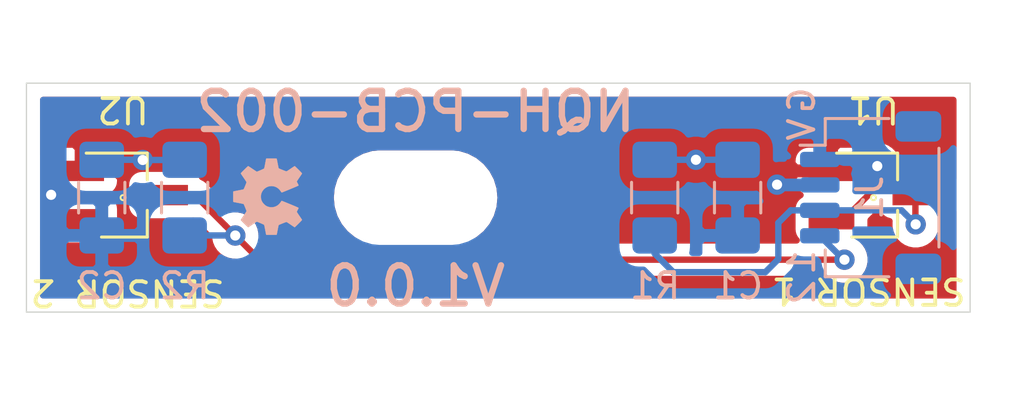
<source format=kicad_pcb>
(kicad_pcb (version 20171130) (host pcbnew "(5.1.5)-3")

  (general
    (thickness 1.6)
    (drawings 19)
    (tracks 44)
    (zones 0)
    (modules 9)
    (nets 5)
  )

  (page A4)
  (layers
    (0 F.Cu signal hide)
    (31 B.Cu signal)
    (32 B.Adhes user)
    (33 F.Adhes user hide)
    (34 B.Paste user)
    (35 F.Paste user)
    (36 B.SilkS user)
    (37 F.SilkS user)
    (38 B.Mask user)
    (39 F.Mask user)
    (40 Dwgs.User user hide)
    (41 Cmts.User user)
    (42 Eco1.User user)
    (43 Eco2.User user)
    (44 Edge.Cuts user)
    (45 Margin user)
    (46 B.CrtYd user)
    (47 F.CrtYd user)
    (48 B.Fab user)
    (49 F.Fab user)
  )

  (setup
    (last_trace_width 0.25)
    (user_trace_width 0.5)
    (trace_clearance 0.2)
    (zone_clearance 0.508)
    (zone_45_only no)
    (trace_min 0.2)
    (via_size 0.8)
    (via_drill 0.4)
    (via_min_size 0.4)
    (via_min_drill 0.3)
    (user_via 1.6 0.8)
    (uvia_size 0.3)
    (uvia_drill 0.1)
    (uvias_allowed no)
    (uvia_min_size 0.2)
    (uvia_min_drill 0.1)
    (edge_width 0.05)
    (segment_width 0.2)
    (pcb_text_width 0.3)
    (pcb_text_size 1.5 1.5)
    (mod_edge_width 0.12)
    (mod_text_size 1 1)
    (mod_text_width 0.15)
    (pad_size 1.524 1.524)
    (pad_drill 0.762)
    (pad_to_mask_clearance 0.051)
    (solder_mask_min_width 0.25)
    (aux_axis_origin 0 0)
    (grid_origin 129.51 104)
    (visible_elements 7FFFFFFF)
    (pcbplotparams
      (layerselection 0x010fc_ffffffff)
      (usegerberextensions false)
      (usegerberattributes false)
      (usegerberadvancedattributes false)
      (creategerberjobfile false)
      (excludeedgelayer true)
      (linewidth 0.100000)
      (plotframeref false)
      (viasonmask false)
      (mode 1)
      (useauxorigin false)
      (hpglpennumber 1)
      (hpglpenspeed 20)
      (hpglpendiameter 15.000000)
      (psnegative false)
      (psa4output false)
      (plotreference true)
      (plotvalue true)
      (plotinvisibletext false)
      (padsonsilk false)
      (subtractmaskfromsilk false)
      (outputformat 1)
      (mirror false)
      (drillshape 1)
      (scaleselection 1)
      (outputdirectory ""))
  )

  (net 0 "")
  (net 1 +5V)
  (net 2 GND)
  (net 3 OUT2)
  (net 4 OUT1)

  (net_class Default "This is the default net class."
    (clearance 0.2)
    (trace_width 0.25)
    (via_dia 0.8)
    (via_drill 0.4)
    (uvia_dia 0.3)
    (uvia_drill 0.1)
    (add_net +5V)
    (add_net GND)
    (add_net OUT1)
    (add_net OUT2)
  )

  (net_class Power ""
    (clearance 0.4)
    (trace_width 0.5)
    (via_dia 1.6)
    (via_drill 0.8)
    (uvia_dia 0.6)
    (uvia_drill 0.2)
    (diff_pair_width 0.4)
    (diff_pair_gap 0.5)
  )

  (module Logos:OSHW_3mm_No_Text (layer B.Cu) (tedit 5EA629FC) (tstamp 5EA730C2)
    (at 109.48 104.46 270)
    (path /5EAA34E4)
    (fp_text reference L1 (at -5.67 0.13 90) (layer B.SilkS) hide
      (effects (font (size 1 1) (thickness 0.15)) (justify mirror))
    )
    (fp_text value "OSHW Logo" (at 9.078 0.006 90) (layer B.SilkS) hide
      (effects (font (size 1 1) (thickness 0.15)) (justify mirror))
    )
    (fp_poly (pts (xy 0.052938 1.351263) (xy 0.094134 1.35118) (xy 0.127087 1.350985) (xy 0.152754 1.350633)
      (xy 0.172093 1.350078) (xy 0.186062 1.349274) (xy 0.19562 1.348174) (xy 0.201724 1.346734)
      (xy 0.205332 1.344907) (xy 0.207404 1.342646) (xy 0.208113 1.341431) (xy 0.210201 1.334357)
      (xy 0.213879 1.318443) (xy 0.218913 1.294842) (xy 0.225066 1.264709) (xy 0.232105 1.229198)
      (xy 0.239794 1.189463) (xy 0.247898 1.146659) (xy 0.249236 1.139501) (xy 0.257401 1.096463)
      (xy 0.265245 1.05645) (xy 0.272528 1.020589) (xy 0.27901 0.990012) (xy 0.28445 0.965848)
      (xy 0.288607 0.949225) (xy 0.291241 0.941274) (xy 0.291527 0.940859) (xy 0.298265 0.936837)
      (xy 0.312972 0.92977) (xy 0.334142 0.920275) (xy 0.360267 0.90897) (xy 0.389841 0.896473)
      (xy 0.421357 0.8834) (xy 0.453307 0.870371) (xy 0.484184 0.858002) (xy 0.512481 0.846911)
      (xy 0.536692 0.837715) (xy 0.555309 0.831033) (xy 0.566825 0.827481) (xy 0.569184 0.827072)
      (xy 0.576398 0.829268) (xy 0.589961 0.836329) (xy 0.610206 0.848465) (xy 0.637465 0.865886)
      (xy 0.672072 0.888803) (xy 0.714359 0.917426) (xy 0.73892 0.93424) (xy 0.781475 0.963462)
      (xy 0.816449 0.987439) (xy 0.844646 1.006673) (xy 0.866867 1.021662) (xy 0.883912 1.032907)
      (xy 0.896584 1.040907) (xy 0.905684 1.046161) (xy 0.912014 1.049169) (xy 0.916375 1.05043)
      (xy 0.919569 1.050445) (xy 0.922398 1.049713) (xy 0.923576 1.049333) (xy 0.930069 1.044836)
      (xy 0.94244 1.034049) (xy 0.959735 1.017942) (xy 0.981 0.997488) (xy 1.005279 0.97366)
      (xy 1.031617 0.947428) (xy 1.05906 0.919765) (xy 1.086652 0.891643) (xy 1.113438 0.864034)
      (xy 1.138465 0.83791) (xy 1.160776 0.814244) (xy 1.179416 0.794007) (xy 1.193432 0.778171)
      (xy 1.201867 0.767708) (xy 1.20396 0.763921) (xy 1.201164 0.75752) (xy 1.193201 0.743762)
      (xy 1.180702 0.723628) (xy 1.1643 0.698104) (xy 1.144628 0.668171) (xy 1.122319 0.634813)
      (xy 1.098007 0.599014) (xy 1.09474 0.594243) (xy 1.061949 0.546049) (xy 1.034916 0.505542)
      (xy 1.013698 0.472815) (xy 0.998356 0.447961) (xy 0.988948 0.431073) (xy 0.985533 0.422243)
      (xy 0.98552 0.421947) (xy 0.987524 0.412951) (xy 0.993116 0.396422) (xy 1.001665 0.373815)
      (xy 1.012539 0.346589) (xy 1.025108 0.316199) (xy 1.038741 0.284103) (xy 1.052807 0.251758)
      (xy 1.066674 0.220621) (xy 1.079712 0.192148) (xy 1.09129 0.167798) (xy 1.100776 0.149026)
      (xy 1.10754 0.13729) (xy 1.110174 0.134127) (xy 1.11744 0.131636) (xy 1.133505 0.127612)
      (xy 1.157167 0.122308) (xy 1.187222 0.115977) (xy 1.222469 0.108875) (xy 1.261704 0.101254)
      (xy 1.300674 0.093933) (xy 1.342584 0.086111) (xy 1.381673 0.078676) (xy 1.41673 0.071869)
      (xy 1.446544 0.065932) (xy 1.469905 0.061104) (xy 1.485602 0.057627) (xy 1.49225 0.055821)
      (xy 1.50368 0.051018) (xy 1.50368 -0.151747) (xy 1.503654 -0.202621) (xy 1.503551 -0.244274)
      (xy 1.50333 -0.277645) (xy 1.502951 -0.303671) (xy 1.502373 -0.323292) (xy 1.501556 -0.337447)
      (xy 1.500459 -0.347074) (xy 1.499042 -0.353111) (xy 1.497265 -0.356498) (xy 1.495087 -0.358173)
      (xy 1.49479 -0.358307) (xy 1.487892 -0.360091) (xy 1.472183 -0.363492) (xy 1.448843 -0.368278)
      (xy 1.419051 -0.374212) (xy 1.383984 -0.38106) (xy 1.344823 -0.388587) (xy 1.303317 -0.39645)
      (xy 1.252462 -0.40612) (xy 1.210874 -0.414273) (xy 1.177806 -0.421078) (xy 1.152505 -0.426706)
      (xy 1.134223 -0.431329) (xy 1.122209 -0.435117) (xy 1.115713 -0.438241) (xy 1.114398 -0.439465)
      (xy 1.110962 -0.446242) (xy 1.104312 -0.461216) (xy 1.094972 -0.483136) (xy 1.083466 -0.510753)
      (xy 1.070319 -0.542816) (xy 1.056054 -0.578076) (xy 1.051306 -0.589912) (xy 1.032624 -0.637157)
      (xy 1.017979 -0.675491) (xy 1.007246 -0.705273) (xy 1.0003 -0.726859) (xy 0.997016 -0.740609)
      (xy 0.996796 -0.745576) (xy 1.000134 -0.752895) (xy 1.008621 -0.767487) (xy 1.02158 -0.7883)
      (xy 1.038333 -0.814283) (xy 1.058204 -0.844385) (xy 1.080517 -0.877553) (xy 1.1015 -0.908249)
      (xy 1.125253 -0.942983) (xy 1.147059 -0.975333) (xy 1.166262 -1.00429) (xy 1.182206 -1.028846)
      (xy 1.194235 -1.047992) (xy 1.201695 -1.06072) (xy 1.203959 -1.06585) (xy 1.200468 -1.071278)
      (xy 1.190509 -1.083009) (xy 1.17486 -1.100221) (xy 1.154296 -1.12209) (xy 1.129593 -1.147794)
      (xy 1.101528 -1.176511) (xy 1.070876 -1.207418) (xy 1.062601 -1.215689) (xy 1.025824 -1.252271)
      (xy 0.995502 -1.282157) (xy 0.970998 -1.305926) (xy 0.951675 -1.324158) (xy 0.936896 -1.337431)
      (xy 0.926025 -1.346326) (xy 0.918423 -1.35142) (xy 0.913455 -1.353294) (xy 0.911471 -1.353112)
      (xy 0.905104 -1.349469) (xy 0.891407 -1.340737) (xy 0.871411 -1.327603) (xy 0.846145 -1.310753)
      (xy 0.816638 -1.290872) (xy 0.783921 -1.268647) (xy 0.754893 -1.248793) (xy 0.720323 -1.225265)
      (xy 0.68809 -1.203688) (xy 0.659222 -1.18472) (xy 0.634744 -1.169023) (xy 0.615685 -1.157256)
      (xy 0.60307 -1.150078) (xy 0.598197 -1.14808) (xy 0.590377 -1.150394) (xy 0.575519 -1.156763)
      (xy 0.555476 -1.166322) (xy 0.532101 -1.178209) (xy 0.521483 -1.183823) (xy 0.49732 -1.196331)
      (xy 0.47574 -1.206726) (xy 0.458573 -1.214186) (xy 0.44765 -1.217887) (xy 0.445301 -1.218113)
      (xy 0.442546 -1.215778) (xy 0.438219 -1.20906) (xy 0.432089 -1.197435) (xy 0.423925 -1.180378)
      (xy 0.413496 -1.157366) (xy 0.400572 -1.127874) (xy 0.38492 -1.091379) (xy 0.366312 -1.047357)
      (xy 0.344515 -0.995283) (xy 0.319299 -0.934634) (xy 0.301791 -0.892361) (xy 0.279291 -0.83783)
      (xy 0.257975 -0.785898) (xy 0.238157 -0.737349) (xy 0.220154 -0.69297) (xy 0.204282 -0.653547)
      (xy 0.190854 -0.619865) (xy 0.180188 -0.59271) (xy 0.172598 -0.572868) (xy 0.1684 -0.561124)
      (xy 0.16764 -0.558239) (xy 0.172074 -0.548954) (xy 0.184181 -0.537963) (xy 0.18923 -0.534506)
      (xy 0.203682 -0.524808) (xy 0.2227 -0.511531) (xy 0.24271 -0.497178) (xy 0.247348 -0.493789)
      (xy 0.296706 -0.451534) (xy 0.338191 -0.403495) (xy 0.37153 -0.350623) (xy 0.396456 -0.293873)
      (xy 0.412698 -0.234197) (xy 0.419985 -0.172549) (xy 0.418048 -0.109881) (xy 0.406617 -0.047147)
      (xy 0.388966 0.006184) (xy 0.373066 0.041023) (xy 0.354384 0.07241) (xy 0.331047 0.103046)
      (xy 0.301184 0.13563) (xy 0.29464 0.142243) (xy 0.249621 0.182267) (xy 0.202732 0.21352)
      (xy 0.151662 0.237378) (xy 0.1143 0.249813) (xy 0.077981 0.257375) (xy 0.035584 0.261554)
      (xy -0.009391 0.262352) (xy -0.05344 0.259768) (xy -0.093064 0.253802) (xy -0.10922 0.249813)
      (xy -0.169068 0.227502) (xy -0.224335 0.196804) (xy -0.274198 0.1586) (xy -0.317833 0.113771)
      (xy -0.354416 0.063197) (xy -0.383121 0.00776) (xy -0.403125 -0.051661) (xy -0.406924 -0.068253)
      (xy -0.415072 -0.132085) (xy -0.413456 -0.195405) (xy -0.40246 -0.257218) (xy -0.382469 -0.316532)
      (xy -0.353865 -0.372354) (xy -0.317034 -0.423691) (xy -0.27236 -0.46955) (xy -0.242269 -0.493789)
      (xy -0.222561 -0.508024) (xy -0.20297 -0.521795) (xy -0.187071 -0.5326) (xy -0.18415 -0.534506)
      (xy -0.170024 -0.545625) (xy -0.16301 -0.555652) (xy -0.16256 -0.558239) (xy -0.164461 -0.56448)
      (xy -0.169952 -0.579315) (xy -0.178718 -0.601958) (xy -0.190444 -0.631623) (xy -0.204814 -0.667523)
      (xy -0.221513 -0.708873) (xy -0.240224 -0.754888) (xy -0.260634 -0.804782) (xy -0.282425 -0.857769)
      (xy -0.296712 -0.892361) (xy -0.324171 -0.958607) (xy -0.348067 -1.015952) (xy -0.368631 -1.06492)
      (xy -0.386094 -1.106034) (xy -0.400688 -1.13982) (xy -0.412641 -1.1668) (xy -0.422187 -1.187499)
      (xy -0.429555 -1.20244) (xy -0.434976 -1.212149) (xy -0.438681 -1.217148) (xy -0.440222 -1.218113)
      (xy -0.447834 -1.216318) (xy -0.462492 -1.210403) (xy -0.482365 -1.201192) (xy -0.505622 -1.189507)
      (xy -0.516404 -1.183823) (xy -0.540643 -1.1712) (xy -0.562346 -1.160534) (xy -0.579661 -1.152687)
      (xy -0.590735 -1.148523) (xy -0.593118 -1.14808) (xy -0.599499 -1.150873) (xy -0.613192 -1.158813)
      (xy -0.633168 -1.171239) (xy -0.658401 -1.187492) (xy -0.687864 -1.206912) (xy -0.720531 -1.228839)
      (xy -0.749814 -1.248793) (xy -0.784422 -1.27245) (xy -0.81668 -1.294335) (xy -0.845557 -1.313762)
      (xy -0.870025 -1.330046) (xy -0.889052 -1.342501) (xy -0.901609 -1.35044) (xy -0.906392 -1.353112)
      (xy -0.910085 -1.352895) (xy -0.916029 -1.349804) (xy -0.92486 -1.343262) (xy -0.937215 -1.332688)
      (xy -0.953732 -1.317504) (xy -0.975048 -1.297131) (xy -1.001799 -1.270988) (xy -1.034622 -1.238498)
      (xy -1.057522 -1.215689) (xy -1.088718 -1.184349) (xy -1.117528 -1.154985) (xy -1.143177 -1.12842)
      (xy -1.164889 -1.105478) (xy -1.181887 -1.086979) (xy -1.193396 -1.073748) (xy -1.198639 -1.066606)
      (xy -1.19888 -1.06585) (xy -1.196083 -1.059744) (xy -1.188126 -1.046314) (xy -1.175667 -1.02657)
      (xy -1.15936 -1.001518) (xy -1.139862 -0.972169) (xy -1.117827 -0.939529) (xy -1.096421 -0.908249)
      (xy -1.072528 -0.87326) (xy -1.050485 -0.840419) (xy -1.030967 -0.810776) (xy -1.014653 -0.785384)
      (xy -1.002218 -0.765294) (xy -0.99434 -0.751556) (xy -0.991717 -0.745576) (xy -0.992644 -0.736821)
      (xy -0.997151 -0.720465) (xy -1.005361 -0.696151) (xy -1.017401 -0.663522) (xy -1.033395 -0.622219)
      (xy -1.046227 -0.589912) (xy -1.06074 -0.553889) (xy -1.074305 -0.52066) (xy -1.086397 -0.491474)
      (xy -1.096492 -0.467581) (xy -1.104066 -0.450232) (xy -1.108595 -0.440677) (xy -1.109319 -0.439465)
      (xy -1.113595 -0.436582) (xy -1.123055 -0.433112) (xy -1.138448 -0.428883) (xy -1.160524 -0.423724)
      (xy -1.190035 -0.417465) (xy -1.227729 -0.409935) (xy -1.274357 -0.400963) (xy -1.298238 -0.39645)
      (xy -1.340284 -0.388484) (xy -1.379399 -0.380964) (xy -1.414403 -0.374127) (xy -1.444118 -0.368207)
      (xy -1.467365 -0.363438) (xy -1.482964 -0.360056) (xy -1.48971 -0.358307) (xy -1.491941 -0.356777)
      (xy -1.493765 -0.353651) (xy -1.495224 -0.34799) (xy -1.496358 -0.338855) (xy -1.497207 -0.325307)
      (xy -1.497813 -0.306408) (xy -1.498214 -0.281219) (xy -1.498452 -0.248802) (xy -1.498568 -0.208217)
      (xy -1.4986 -0.158527) (xy -1.4986 0.051018) (xy -1.48717 0.055821) (xy -1.479651 0.057832)
      (xy -1.463346 0.061418) (xy -1.439466 0.066336) (xy -1.409222 0.072346) (xy -1.373825 0.079207)
      (xy -1.334486 0.086679) (xy -1.295595 0.093933) (xy -1.253732 0.101808) (xy -1.21474 0.1094)
      (xy -1.179822 0.116456) (xy -1.150182 0.122721) (xy -1.12702 0.127943) (xy -1.11154 0.131867)
      (xy -1.105095 0.134127) (xy -1.100434 0.140521) (xy -1.092641 0.154896) (xy -1.082348 0.175795)
      (xy -1.070185 0.20176) (xy -1.056784 0.231335) (xy -1.042775 0.263063) (xy -1.028789 0.295487)
      (xy -1.015458 0.327149) (xy -1.003413 0.356593) (xy -0.993283 0.382362) (xy -0.985702 0.402999)
      (xy -0.981299 0.417046) (xy -0.98044 0.421947) (xy -0.983459 0.430241) (xy -0.992474 0.446601)
      (xy -1.007426 0.470933) (xy -1.028258 0.503144) (xy -1.05491 0.543141) (xy -1.087323 0.590831)
      (xy -1.08966 0.594243) (xy -1.114187 0.630287) (xy -1.136791 0.664017) (xy -1.156841 0.694449)
      (xy -1.173702 0.720601) (xy -1.186743 0.741489) (xy -1.195331 0.75613) (xy -1.198832 0.763541)
      (xy -1.19888 0.763921) (xy -1.195404 0.769573) (xy -1.18561 0.781348) (xy -1.170454 0.798274)
      (xy -1.150891 0.81938) (xy -1.127876 0.843693) (xy -1.102364 0.870242) (xy -1.075309 0.898053)
      (xy -1.047667 0.926156) (xy -1.020393 0.953578) (xy -0.994441 0.979347) (xy -0.970766 1.002491)
      (xy -0.950323 1.022038) (xy -0.934068 1.037016) (xy -0.922955 1.046452) (xy -0.918497 1.049333)
      (xy -0.915521 1.050211) (xy -0.912434 1.050491) (xy -0.908434 1.049672) (xy -0.902721 1.047255)
      (xy -0.894491 1.042741) (xy -0.882944 1.035629) (xy -0.867278 1.025421) (xy -0.846691 1.011617)
      (xy -0.820382 0.993717) (xy -0.787548 0.971222) (xy -0.747388 0.943633) (xy -0.733286 0.933941)
      (xy -0.687007 0.90234) (xy -0.648579 0.876562) (xy -0.617675 0.856398) (xy -0.593969 0.841642)
      (xy -0.577132 0.832088) (xy -0.566838 0.82753) (xy -0.56411 0.827055) (xy -0.556011 0.829102)
      (xy -0.540173 0.834541) (xy -0.518104 0.842755) (xy -0.491315 0.853124) (xy -0.461315 0.865031)
      (xy -0.429613 0.877857) (xy -0.397719 0.890985) (xy -0.367142 0.903796) (xy -0.339391 0.915673)
      (xy -0.315977 0.925996) (xy -0.298409 0.934147) (xy -0.288196 0.939509) (xy -0.286493 0.94075)
      (xy -0.284113 0.947095) (xy -0.280174 0.96231) (xy -0.274919 0.985263) (xy -0.268589 1.014822)
      (xy -0.261424 1.049859) (xy -0.253665 1.08924) (xy -0.245554 1.131837) (xy -0.244139 1.139416)
      (xy -0.23601 1.182607) (xy -0.228255 1.222918) (xy -0.221108 1.259195) (xy -0.214804 1.290282)
      (xy -0.209578 1.315025) (xy -0.205664 1.332267) (xy -0.203299 1.340853) (xy -0.20308 1.341346)
      (xy -0.201404 1.343845) (xy -0.198674 1.345886) (xy -0.193932 1.347514) (xy -0.186218 1.348778)
      (xy -0.174575 1.349722) (xy -0.158043 1.350394) (xy -0.135665 1.350839) (xy -0.106482 1.351103)
      (xy -0.069535 1.351234) (xy -0.023866 1.351277) (xy 0.002539 1.35128) (xy 0.052938 1.351263)) (layer B.SilkS) (width 0.01))
  )

  (module Naquadah_Generator:SC-59_Hall_Sensor_Handsoldering locked (layer F.Cu) (tedit 5EA6FD31) (tstamp 5EA71931)
    (at 103.8 104.399999)
    (descr "SC-59, hand-soldering varaint, https://lib.chipdip.ru/images/import_diod/original/SOT-23_SC-59.jpg")
    (tags "SC-59 hand-soldering")
    (path /5EA0DA41)
    (attr smd)
    (fp_text reference U2 (at 0 -3.359999 180 unlocked) (layer F.SilkS)
      (effects (font (size 1 1) (thickness 0.15)))
    )
    (fp_text value AH1815-P (at -2.01 9.080001 90) (layer F.Fab)
      (effects (font (size 1 1) (thickness 0.15)))
    )
    (fp_circle (center 0 0.1) (end 0.1 0.1) (layer F.SilkS) (width 0.075))
    (fp_line (start 2.8 1.8) (end -2.8 1.8) (layer F.CrtYd) (width 0.05))
    (fp_line (start 2.8 1.8) (end 2.8 -1.8) (layer F.CrtYd) (width 0.05))
    (fp_line (start -2.8 -1.8) (end -2.8 1.8) (layer F.CrtYd) (width 0.05))
    (fp_line (start -2.8 -1.8) (end 2.8 -1.8) (layer F.CrtYd) (width 0.05))
    (fp_line (start 0.85 -1.52) (end 0.85 1.52) (layer F.Fab) (width 0.1))
    (fp_line (start -0.3 -1.55) (end 0.85 -1.55) (layer F.Fab) (width 0.1))
    (fp_line (start -0.3 -1.55) (end -0.85 -1) (layer F.Fab) (width 0.1))
    (fp_line (start -0.85 1.55) (end 0.85 1.55) (layer F.Fab) (width 0.1))
    (fp_line (start 0.95 1.65) (end 0.95 0.6) (layer F.SilkS) (width 0.12))
    (fp_line (start -0.85 1.65) (end 0.95 1.65) (layer F.SilkS) (width 0.12))
    (fp_line (start 0.95 -1.65) (end 0.95 -0.6) (layer F.SilkS) (width 0.12))
    (fp_line (start -1.45 -1.65) (end 0.95 -1.65) (layer F.SilkS) (width 0.12))
    (fp_line (start -0.85 1.55) (end -0.85 -1) (layer F.Fab) (width 0.1))
    (fp_text user %R (at -0.04 5.550001 90) (layer F.Fab)
      (effects (font (size 0.5 0.5) (thickness 0.075)))
    )
    (pad 3 smd rect (at 1.65 0) (size 1.8 0.8) (layers F.Cu F.Paste F.Mask)
      (net 3 OUT2))
    (pad 2 smd rect (at -1.65 0.95) (size 1.8 0.8) (layers F.Cu F.Paste F.Mask)
      (net 2 GND))
    (pad 1 smd rect (at -1.65 -0.95) (size 1.8 0.8) (layers F.Cu F.Paste F.Mask)
      (net 1 +5V))
    (model ${KISYS3DMOD}/Package_TO_SOT_SMD.3dshapes/SC-59.wrl
      (at (xyz 0 0 0))
      (scale (xyz 1 1 1))
      (rotate (xyz 0 0 0))
    )
  )

  (module Naquadah_Generator:SC-59_Hall_Sensor_Handsoldering locked (layer F.Cu) (tedit 5EA6FD31) (tstamp 5EA72296)
    (at 133.3 104.399999)
    (descr "SC-59, hand-soldering varaint, https://lib.chipdip.ru/images/import_diod/original/SOT-23_SC-59.jpg")
    (tags "SC-59 hand-soldering")
    (path /5EA0E7AA)
    (attr smd)
    (fp_text reference U1 (at 0 -3.349999 180 unlocked) (layer F.SilkS)
      (effects (font (size 1 1) (thickness 0.15)))
    )
    (fp_text value AH1815-P (at -1.77 8.940001 90) (layer F.Fab)
      (effects (font (size 1 1) (thickness 0.15)))
    )
    (fp_circle (center 0 0.1) (end 0.1 0.1) (layer F.SilkS) (width 0.075))
    (fp_line (start 2.8 1.8) (end -2.8 1.8) (layer F.CrtYd) (width 0.05))
    (fp_line (start 2.8 1.8) (end 2.8 -1.8) (layer F.CrtYd) (width 0.05))
    (fp_line (start -2.8 -1.8) (end -2.8 1.8) (layer F.CrtYd) (width 0.05))
    (fp_line (start -2.8 -1.8) (end 2.8 -1.8) (layer F.CrtYd) (width 0.05))
    (fp_line (start 0.85 -1.52) (end 0.85 1.52) (layer F.Fab) (width 0.1))
    (fp_line (start -0.3 -1.55) (end 0.85 -1.55) (layer F.Fab) (width 0.1))
    (fp_line (start -0.3 -1.55) (end -0.85 -1) (layer F.Fab) (width 0.1))
    (fp_line (start -0.85 1.55) (end 0.85 1.55) (layer F.Fab) (width 0.1))
    (fp_line (start 0.95 1.65) (end 0.95 0.6) (layer F.SilkS) (width 0.12))
    (fp_line (start -0.85 1.65) (end 0.95 1.65) (layer F.SilkS) (width 0.12))
    (fp_line (start 0.95 -1.65) (end 0.95 -0.6) (layer F.SilkS) (width 0.12))
    (fp_line (start -1.45 -1.65) (end 0.95 -1.65) (layer F.SilkS) (width 0.12))
    (fp_line (start -0.85 1.55) (end -0.85 -1) (layer F.Fab) (width 0.1))
    (fp_text user %R (at 0.03 5.510001 90) (layer F.Fab)
      (effects (font (size 0.5 0.5) (thickness 0.075)))
    )
    (pad 3 smd rect (at 1.65 0) (size 1.8 0.8) (layers F.Cu F.Paste F.Mask)
      (net 4 OUT1))
    (pad 2 smd rect (at -1.65 0.95) (size 1.8 0.8) (layers F.Cu F.Paste F.Mask)
      (net 2 GND))
    (pad 1 smd rect (at -1.65 -0.95) (size 1.8 0.8) (layers F.Cu F.Paste F.Mask)
      (net 1 +5V))
    (model ${KISYS3DMOD}/Package_TO_SOT_SMD.3dshapes/SC-59.wrl
      (at (xyz 0 0 0))
      (scale (xyz 1 1 1))
      (rotate (xyz 0 0 0))
    )
  )

  (module Connector_JST:JST_SH_SM04B-SRSS-TB_1x04-1MP_P1.00mm_Horizontal (layer B.Cu) (tedit 5EA5DB53) (tstamp 5EA65C43)
    (at 133.19 104.5 270)
    (descr "JST SH series connector, SM04B-SRSS-TB (http://www.jst-mfg.com/product/pdf/eng/eSH.pdf), generated with kicad-footprint-generator")
    (tags "connector JST SH top entry")
    (path /5EA677CD)
    (attr smd)
    (fp_text reference J1 (at 0 0.04 90) (layer B.SilkS)
      (effects (font (size 1 1) (thickness 0.15)) (justify mirror))
    )
    (fp_text value HallSensor_Conn_T4 (at 0.12 -5.19 90) (layer B.Fab)
      (effects (font (size 1 1) (thickness 0.15)) (justify mirror))
    )
    (fp_text user %R (at 0 0 90) (layer B.Fab)
      (effects (font (size 1 1) (thickness 0.15)) (justify mirror))
    )
    (fp_line (start -1.5 0.967893) (end -1 1.675) (layer B.Fab) (width 0.1))
    (fp_line (start -2 1.675) (end -1.5 0.967893) (layer B.Fab) (width 0.1))
    (fp_line (start 3.9 3.28) (end -3.9 3.28) (layer B.CrtYd) (width 0.05))
    (fp_line (start 3.9 -3.28) (end 3.9 3.28) (layer B.CrtYd) (width 0.05))
    (fp_line (start -3.9 -3.28) (end 3.9 -3.28) (layer B.CrtYd) (width 0.05))
    (fp_line (start -3.9 3.28) (end -3.9 -3.28) (layer B.CrtYd) (width 0.05))
    (fp_line (start 3 1.675) (end 3 -2.575) (layer B.Fab) (width 0.1))
    (fp_line (start -3 1.675) (end -3 -2.575) (layer B.Fab) (width 0.1))
    (fp_line (start -3 -2.575) (end 3 -2.575) (layer B.Fab) (width 0.1))
    (fp_line (start -1.94 -2.685) (end 1.94 -2.685) (layer B.SilkS) (width 0.12))
    (fp_line (start 3.11 1.785) (end 2.06 1.785) (layer B.SilkS) (width 0.12))
    (fp_line (start 3.11 -0.715) (end 3.11 1.785) (layer B.SilkS) (width 0.12))
    (fp_line (start -2.06 1.785) (end -2.06 2.775) (layer B.SilkS) (width 0.12))
    (fp_line (start -3.11 1.785) (end -2.06 1.785) (layer B.SilkS) (width 0.12))
    (fp_line (start -3.11 -0.715) (end -3.11 1.785) (layer B.SilkS) (width 0.12))
    (fp_line (start -3 1.675) (end 3 1.675) (layer B.Fab) (width 0.1))
    (pad MP smd roundrect (at 2.8 -1.875 270) (size 1.2 1.8) (layers B.Cu B.Paste B.Mask) (roundrect_rratio 0.208333))
    (pad MP smd roundrect (at -2.8 -1.875 270) (size 1.2 1.8) (layers B.Cu B.Paste B.Mask) (roundrect_rratio 0.208333))
    (pad 4 smd roundrect (at 1.5 2 270) (size 0.6 1.55) (layers B.Cu B.Paste B.Mask) (roundrect_rratio 0.25)
      (net 3 OUT2))
    (pad 3 smd roundrect (at 0.5 2 270) (size 0.6 1.55) (layers B.Cu B.Paste B.Mask) (roundrect_rratio 0.25)
      (net 4 OUT1))
    (pad 2 smd roundrect (at -0.5 2 270) (size 0.6 1.55) (layers B.Cu B.Paste B.Mask) (roundrect_rratio 0.25)
      (net 1 +5V))
    (pad 1 smd roundrect (at -1.5 2 270) (size 0.6 1.55) (layers B.Cu B.Paste B.Mask) (roundrect_rratio 0.25)
      (net 2 GND))
    (model ${KISYS3DMOD}/Connector_JST.3dshapes/JST_SH_SM04B-SRSS-TB_1x04-1MP_P1.00mm_Horizontal.wrl
      (at (xyz 0 0 0))
      (scale (xyz 1 1 1))
      (rotate (xyz 0 0 0))
    )
  )

  (module Capacitor_SMD:C_1206_3216Metric_Pad1.42x1.75mm_HandSolder locked (layer B.Cu) (tedit 5B301BBE) (tstamp 5EA13C9D)
    (at 102.96 104.5 270)
    (descr "Capacitor SMD 1206 (3216 Metric), square (rectangular) end terminal, IPC_7351 nominal with elongated pad for handsoldering. (Body size source: http://www.tortai-tech.com/upload/download/2011102023233369053.pdf), generated with kicad-footprint-generator")
    (tags "capacitor handsolder")
    (path /5E9F46C8)
    (attr smd)
    (fp_text reference C2 (at 3.47 0) (layer B.SilkS)
      (effects (font (size 1 1) (thickness 0.15)) (justify mirror))
    )
    (fp_text value 47n (at -6.24 -0.16 270) (layer B.Fab)
      (effects (font (size 1 1) (thickness 0.15)) (justify mirror))
    )
    (fp_text user %R (at 5.66 -0.15 270) (layer B.Fab)
      (effects (font (size 0.8 0.8) (thickness 0.12)) (justify mirror))
    )
    (fp_line (start 2.45 -1.12) (end -2.45 -1.12) (layer B.CrtYd) (width 0.05))
    (fp_line (start 2.45 1.12) (end 2.45 -1.12) (layer B.CrtYd) (width 0.05))
    (fp_line (start -2.45 1.12) (end 2.45 1.12) (layer B.CrtYd) (width 0.05))
    (fp_line (start -2.45 -1.12) (end -2.45 1.12) (layer B.CrtYd) (width 0.05))
    (fp_line (start -0.602064 -0.91) (end 0.602064 -0.91) (layer B.SilkS) (width 0.12))
    (fp_line (start -0.602064 0.91) (end 0.602064 0.91) (layer B.SilkS) (width 0.12))
    (fp_line (start 1.6 -0.8) (end -1.6 -0.8) (layer B.Fab) (width 0.1))
    (fp_line (start 1.6 0.8) (end 1.6 -0.8) (layer B.Fab) (width 0.1))
    (fp_line (start -1.6 0.8) (end 1.6 0.8) (layer B.Fab) (width 0.1))
    (fp_line (start -1.6 -0.8) (end -1.6 0.8) (layer B.Fab) (width 0.1))
    (pad 2 smd roundrect (at 1.4875 0 270) (size 1.425 1.75) (layers B.Cu B.Paste B.Mask) (roundrect_rratio 0.175439)
      (net 2 GND))
    (pad 1 smd roundrect (at -1.4875 0 270) (size 1.425 1.75) (layers B.Cu B.Paste B.Mask) (roundrect_rratio 0.175439)
      (net 1 +5V))
    (model ${KISYS3DMOD}/Capacitor_SMD.3dshapes/C_1206_3216Metric.wrl
      (at (xyz 0 0 0))
      (scale (xyz 1 1 1))
      (rotate (xyz 0 0 0))
    )
  )

  (module Resistor_SMD:R_1206_3216Metric_Pad1.42x1.75mm_HandSolder locked (layer B.Cu) (tedit 5B301BBD) (tstamp 5EA13D0E)
    (at 106.22 104.5 270)
    (descr "Resistor SMD 1206 (3216 Metric), square (rectangular) end terminal, IPC_7351 nominal with elongated pad for handsoldering. (Body size source: http://www.tortai-tech.com/upload/download/2011102023233369053.pdf), generated with kicad-footprint-generator")
    (tags "resistor handsolder")
    (path /5E9F2F30)
    (attr smd)
    (fp_text reference R2 (at 3.47 0) (layer B.SilkS)
      (effects (font (size 1 1) (thickness 0.15)) (justify mirror))
    )
    (fp_text value 47K (at -6.06 -0.01 270) (layer B.Fab)
      (effects (font (size 1 1) (thickness 0.15)) (justify mirror))
    )
    (fp_text user %R (at 5.47 0.18 270) (layer B.Fab)
      (effects (font (size 0.8 0.8) (thickness 0.12)) (justify mirror))
    )
    (fp_line (start 2.45 -1.12) (end -2.45 -1.12) (layer B.CrtYd) (width 0.05))
    (fp_line (start 2.45 1.12) (end 2.45 -1.12) (layer B.CrtYd) (width 0.05))
    (fp_line (start -2.45 1.12) (end 2.45 1.12) (layer B.CrtYd) (width 0.05))
    (fp_line (start -2.45 -1.12) (end -2.45 1.12) (layer B.CrtYd) (width 0.05))
    (fp_line (start -0.602064 -0.91) (end 0.602064 -0.91) (layer B.SilkS) (width 0.12))
    (fp_line (start -0.602064 0.91) (end 0.602064 0.91) (layer B.SilkS) (width 0.12))
    (fp_line (start 1.6 -0.8) (end -1.6 -0.8) (layer B.Fab) (width 0.1))
    (fp_line (start 1.6 0.8) (end 1.6 -0.8) (layer B.Fab) (width 0.1))
    (fp_line (start -1.6 0.8) (end 1.6 0.8) (layer B.Fab) (width 0.1))
    (fp_line (start -1.6 -0.8) (end -1.6 0.8) (layer B.Fab) (width 0.1))
    (pad 2 smd roundrect (at 1.4875 0 270) (size 1.425 1.75) (layers B.Cu B.Paste B.Mask) (roundrect_rratio 0.175439)
      (net 3 OUT2))
    (pad 1 smd roundrect (at -1.4875 0 270) (size 1.425 1.75) (layers B.Cu B.Paste B.Mask) (roundrect_rratio 0.175439)
      (net 1 +5V))
    (model ${KISYS3DMOD}/Resistor_SMD.3dshapes/R_1206_3216Metric.wrl
      (at (xyz 0 0 0))
      (scale (xyz 1 1 1))
      (rotate (xyz 0 0 0))
    )
  )

  (module Resistor_SMD:R_1206_3216Metric_Pad1.42x1.75mm_HandSolder (layer B.Cu) (tedit 5B301BBD) (tstamp 5EA10323)
    (at 124.7 104.5 270)
    (descr "Resistor SMD 1206 (3216 Metric), square (rectangular) end terminal, IPC_7351 nominal with elongated pad for handsoldering. (Body size source: http://www.tortai-tech.com/upload/download/2011102023233369053.pdf), generated with kicad-footprint-generator")
    (tags "resistor handsolder")
    (path /5EA0E7B8)
    (attr smd)
    (fp_text reference R1 (at 3.47 -0.02) (layer B.SilkS)
      (effects (font (size 1 1) (thickness 0.15)) (justify mirror))
    )
    (fp_text value 47K (at -6.12 -0.01 270) (layer B.Fab)
      (effects (font (size 1 1) (thickness 0.15)) (justify mirror))
    )
    (fp_text user %R (at 5.61 0.08 270) (layer B.Fab)
      (effects (font (size 0.8 0.8) (thickness 0.12)) (justify mirror))
    )
    (fp_line (start 2.45 -1.12) (end -2.45 -1.12) (layer B.CrtYd) (width 0.05))
    (fp_line (start 2.45 1.12) (end 2.45 -1.12) (layer B.CrtYd) (width 0.05))
    (fp_line (start -2.45 1.12) (end 2.45 1.12) (layer B.CrtYd) (width 0.05))
    (fp_line (start -2.45 -1.12) (end -2.45 1.12) (layer B.CrtYd) (width 0.05))
    (fp_line (start -0.602064 -0.91) (end 0.602064 -0.91) (layer B.SilkS) (width 0.12))
    (fp_line (start -0.602064 0.91) (end 0.602064 0.91) (layer B.SilkS) (width 0.12))
    (fp_line (start 1.6 -0.8) (end -1.6 -0.8) (layer B.Fab) (width 0.1))
    (fp_line (start 1.6 0.8) (end 1.6 -0.8) (layer B.Fab) (width 0.1))
    (fp_line (start -1.6 0.8) (end 1.6 0.8) (layer B.Fab) (width 0.1))
    (fp_line (start -1.6 -0.8) (end -1.6 0.8) (layer B.Fab) (width 0.1))
    (pad 2 smd roundrect (at 1.4875 0 270) (size 1.425 1.75) (layers B.Cu B.Paste B.Mask) (roundrect_rratio 0.175439)
      (net 4 OUT1))
    (pad 1 smd roundrect (at -1.4875 0 270) (size 1.425 1.75) (layers B.Cu B.Paste B.Mask) (roundrect_rratio 0.175439)
      (net 1 +5V))
    (model ${KISYS3DMOD}/Resistor_SMD.3dshapes/R_1206_3216Metric.wrl
      (at (xyz 0 0 0))
      (scale (xyz 1 1 1))
      (rotate (xyz 0 0 0))
    )
  )

  (module Capacitor_SMD:C_1206_3216Metric_Pad1.42x1.75mm_HandSolder (layer B.Cu) (tedit 5B301BBE) (tstamp 5EA138CB)
    (at 127.96 104.5 270)
    (descr "Capacitor SMD 1206 (3216 Metric), square (rectangular) end terminal, IPC_7351 nominal with elongated pad for handsoldering. (Body size source: http://www.tortai-tech.com/upload/download/2011102023233369053.pdf), generated with kicad-footprint-generator")
    (tags "capacitor handsolder")
    (path /5EA0E7CD)
    (attr smd)
    (fp_text reference C1 (at 3.47 -0.02) (layer B.SilkS)
      (effects (font (size 1 1) (thickness 0.15)) (justify mirror))
    )
    (fp_text value 47n (at -6.03 0.2 270) (layer B.Fab)
      (effects (font (size 1 1) (thickness 0.15)) (justify mirror))
    )
    (fp_text user %R (at 5.54 -0.01 270) (layer B.Fab)
      (effects (font (size 0.8 0.8) (thickness 0.12)) (justify mirror))
    )
    (fp_line (start 2.45 -1.12) (end -2.45 -1.12) (layer B.CrtYd) (width 0.05))
    (fp_line (start 2.45 1.12) (end 2.45 -1.12) (layer B.CrtYd) (width 0.05))
    (fp_line (start -2.45 1.12) (end 2.45 1.12) (layer B.CrtYd) (width 0.05))
    (fp_line (start -2.45 -1.12) (end -2.45 1.12) (layer B.CrtYd) (width 0.05))
    (fp_line (start -0.602064 -0.91) (end 0.602064 -0.91) (layer B.SilkS) (width 0.12))
    (fp_line (start -0.602064 0.91) (end 0.602064 0.91) (layer B.SilkS) (width 0.12))
    (fp_line (start 1.6 -0.8) (end -1.6 -0.8) (layer B.Fab) (width 0.1))
    (fp_line (start 1.6 0.8) (end 1.6 -0.8) (layer B.Fab) (width 0.1))
    (fp_line (start -1.6 0.8) (end 1.6 0.8) (layer B.Fab) (width 0.1))
    (fp_line (start -1.6 -0.8) (end -1.6 0.8) (layer B.Fab) (width 0.1))
    (pad 2 smd roundrect (at 1.4875 0 270) (size 1.425 1.75) (layers B.Cu B.Paste B.Mask) (roundrect_rratio 0.175439)
      (net 2 GND))
    (pad 1 smd roundrect (at -1.4875 0 270) (size 1.425 1.75) (layers B.Cu B.Paste B.Mask) (roundrect_rratio 0.175439)
      (net 1 +5V))
    (model ${KISYS3DMOD}/Capacitor_SMD.3dshapes/C_1206_3216Metric.wrl
      (at (xyz 0 0 0))
      (scale (xyz 1 1 1))
      (rotate (xyz 0 0 0))
    )
  )

  (module Naquadah_Generator:MountingSlot_2.7mm_2.7mm_M2.5 locked (layer F.Cu) (tedit 5EA3619F) (tstamp 5EA3649A)
    (at 115.3 104.499999)
    (descr "Mounting Hole 2.7mm, no annular, M2.5")
    (tags "mounting hole 2.7mm no annular m2.5")
    (path /5EA2820E)
    (attr virtual)
    (fp_text reference H1 (at 0.016 -5.693999 90 unlocked) (layer F.SilkS) hide
      (effects (font (size 1 1) (thickness 0.15)))
    )
    (fp_text value MountingHole (at -0.27 9.65 90) (layer F.Fab)
      (effects (font (size 1 1) (thickness 0.15)))
    )
    (fp_line (start -1.35 2.95) (end 1.35 2.95) (layer F.CrtYd) (width 0.05))
    (fp_line (start -1.35 -2.95) (end 1.35 -2.95) (layer F.CrtYd) (width 0.05))
    (fp_arc (start -1.35 0) (end -1.35 -2.95) (angle -180) (layer F.CrtYd) (width 0.05))
    (fp_arc (start 1.35 0) (end 1.35 2.95) (angle -180) (layer F.CrtYd) (width 0.05))
    (fp_line (start -1.35 2.7) (end 1.35 2.7) (layer Cmts.User) (width 0.15))
    (fp_line (start -1.35 -2.7) (end 1.35 -2.7) (layer Cmts.User) (width 0.15))
    (fp_arc (start -1.35 0) (end -1.35 -2.7) (angle -180) (layer Cmts.User) (width 0.15))
    (fp_arc (start 1.35 0) (end 1.35 2.7) (angle -180) (layer Cmts.User) (width 0.15))
    (fp_text user %R (at 0.3 0) (layer F.Fab)
      (effects (font (size 1 1) (thickness 0.15)))
    )
    (pad "" np_thru_hole oval (at 0 0) (size 5.4 2.7) (drill oval 5.4 2.7) (layers *.Cu *.Mask))
  )

  (gr_line (start 137.1 100) (end 137.1 108.999999) (layer Edge.Cuts) (width 0.05))
  (gr_line (start 137.1 108.999999) (end 100 108.999999) (layer Edge.Cuts) (width 0.05))
  (gr_line (start 100 108.999999) (end 100 100) (layer Edge.Cuts) (width 0.05))
  (gr_line (start 103.8 103.999999) (end 103.8 104.999998) (layer Dwgs.User) (width 0.05))
  (gr_line (start 100 100) (end 137.1 100) (layer Edge.Cuts) (width 0.05))
  (gr_circle (center 133.3 104.499999) (end 133.8 104.499999) (layer Dwgs.User) (width 0.05))
  (gr_line (start 132.8 104.499999) (end 133.8 104.499999) (layer Dwgs.User) (width 0.05))
  (gr_circle (center 115.3 104.499999) (end 116.75 104.499999) (layer Dwgs.User) (width 0.05))
  (gr_line (start 104.3 104.499999) (end 103.3 104.499999) (layer Dwgs.User) (width 0.05))
  (gr_circle (center 103.8 104.499999) (end 104.3 104.499999) (layer Dwgs.User) (width 0.05))
  (gr_line (start 133.3 103.999999) (end 133.3 104.999999) (layer Dwgs.User) (width 0.05))
  (gr_text V1.0.0 (at 115.3 107.98) (layer B.SilkS) (tstamp 5EA590CC)
    (effects (font (size 1.5 1.5) (thickness 0.25)) (justify mirror))
  )
  (gr_text NQH-PCB-002 (at 115.3 101.12) (layer B.SilkS) (tstamp 5EA590C9)
    (effects (font (size 1.5 1.5) (thickness 0.25)) (justify mirror))
  )
  (gr_text 1 (at 130.48 107.046189 90) (layer B.SilkS) (tstamp 5EA6F529)
    (effects (font (size 1 1) (thickness 0.15)) (justify mirror))
  )
  (gr_text 2 (at 130.48 108.219999 90) (layer B.SilkS) (tstamp 5EA6F526)
    (effects (font (size 1 1) (thickness 0.15)) (justify mirror))
  )
  (gr_text G (at 130.48 100.669999 90) (layer B.SilkS) (tstamp 5EA6F535)
    (effects (font (size 1 1) (thickness 0.15)) (justify mirror))
  )
  (gr_text V (at 130.48 101.819999 90) (layer B.SilkS) (tstamp 5EA6F538)
    (effects (font (size 1 1) (thickness 0.15)) (justify mirror))
  )
  (gr_text "SENSOR 2" (at 103.98 108.24 180) (layer F.SilkS) (tstamp 5EA1097A)
    (effects (font (size 1 1) (thickness 0.15)))
  )
  (gr_text "SENSOR 1" (at 133.11 108.17 180) (layer F.SilkS)
    (effects (font (size 1 1) (thickness 0.15)))
  )

  (via (at 126.32 103.0125) (size 0.8) (drill 0.4) (layers F.Cu B.Cu) (net 1) (tstamp 5EA726B5))
  (segment (start 102.393999 105.204999) (end 102.51 105.321) (width 0.25) (layer F.Cu) (net 2))
  (segment (start 127.96 103.0125) (end 126.32 103.0125) (width 0.25) (layer B.Cu) (net 1))
  (segment (start 126.32 103.0125) (end 124.7 103.0125) (width 0.25) (layer B.Cu) (net 1))
  (segment (start 104.5625 103.0125) (end 104.57 103.02) (width 0.25) (layer B.Cu) (net 1))
  (segment (start 102.96 103.0125) (end 104.5625 103.0125) (width 0.25) (layer B.Cu) (net 1))
  (via (at 104.57 103.02) (size 0.8) (drill 0.4) (layers F.Cu B.Cu) (net 1))
  (segment (start 106.2125 103.02) (end 106.22 103.0125) (width 0.25) (layer B.Cu) (net 1))
  (segment (start 104.57 103.02) (end 106.2125 103.02) (width 0.25) (layer B.Cu) (net 1))
  (via (at 129.51 103.99) (size 0.8) (drill 0.4) (layers F.Cu B.Cu) (net 1))
  (segment (start 129.52 104) (end 129.51 103.99) (width 0.5) (layer B.Cu) (net 1))
  (segment (start 131.19 104) (end 129.52 104) (width 0.5) (layer B.Cu) (net 1))
  (via (at 100.97 104.39) (size 0.8) (drill 0.4) (layers F.Cu B.Cu) (net 2))
  (segment (start 102.15 105.349999) (end 101 105.349999) (width 0.25) (layer F.Cu) (net 2))
  (segment (start 100.97 105.319999) (end 100.97 104.39) (width 0.25) (layer F.Cu) (net 2))
  (segment (start 101 105.349999) (end 100.97 105.319999) (width 0.25) (layer F.Cu) (net 2))
  (via (at 133.45 103.26) (size 0.8) (drill 0.4) (layers F.Cu B.Cu) (net 2))
  (segment (start 133.45 104.049999) (end 133.45 103.26) (width 0.25) (layer F.Cu) (net 2))
  (segment (start 131.65 105.349999) (end 132.15 105.349999) (width 0.25) (layer F.Cu) (net 2))
  (segment (start 132.15 105.349999) (end 133.45 104.049999) (width 0.25) (layer F.Cu) (net 2))
  (segment (start 108.207502 105.9875) (end 108.210002 105.99) (width 0.25) (layer B.Cu) (net 3))
  (segment (start 105.96 105.9875) (end 108.207502 105.9875) (width 0.25) (layer B.Cu) (net 3))
  (segment (start 107.810003 105.590001) (end 108.210002 105.99) (width 0.25) (layer F.Cu) (net 3))
  (via (at 108.210002 105.99) (size 0.8) (drill 0.4) (layers F.Cu B.Cu) (net 3))
  (segment (start 105.45 104.399999) (end 106.620001 104.399999) (width 0.25) (layer F.Cu) (net 3))
  (segment (start 106.620001 104.399999) (end 107.810003 105.590001) (width 0.25) (layer F.Cu) (net 3))
  (via (at 132.16 106.94) (size 0.8) (drill 0.4) (layers F.Cu B.Cu) (net 3))
  (segment (start 132.13 106.94) (end 132.16 106.94) (width 0.25) (layer B.Cu) (net 3))
  (segment (start 131.19 106) (end 132.13 106.94) (width 0.25) (layer B.Cu) (net 3))
  (segment (start 109.160002 106.94) (end 132.16 106.94) (width 0.25) (layer F.Cu) (net 3))
  (segment (start 108.210002 105.99) (end 109.160002 106.94) (width 0.25) (layer F.Cu) (net 3))
  (segment (start 129.56 105.49) (end 130.05 105) (width 0.25) (layer B.Cu) (net 4))
  (segment (start 130.05 105) (end 131.19 105) (width 0.25) (layer B.Cu) (net 4))
  (segment (start 124.7 106.7) (end 125.43 107.43) (width 0.25) (layer B.Cu) (net 4))
  (segment (start 124.7 105.9875) (end 124.7 106.7) (width 0.25) (layer B.Cu) (net 4))
  (segment (start 125.43 107.43) (end 129.05 107.43) (width 0.25) (layer B.Cu) (net 4))
  (segment (start 129.05 107.43) (end 129.56 106.92) (width 0.25) (layer B.Cu) (net 4))
  (segment (start 129.56 106.92) (end 129.56 105.49) (width 0.25) (layer B.Cu) (net 4))
  (via (at 134.96 105.55) (size 0.8) (drill 0.4) (layers F.Cu B.Cu) (net 4))
  (segment (start 134.41 105) (end 134.560001 105.150001) (width 0.25) (layer B.Cu) (net 4))
  (segment (start 134.560001 105.150001) (end 134.96 105.55) (width 0.25) (layer B.Cu) (net 4))
  (segment (start 134.95 104.399999) (end 134.95 105.54) (width 0.25) (layer F.Cu) (net 4))
  (segment (start 131.19 105) (end 134.41 105) (width 0.25) (layer B.Cu) (net 4))
  (segment (start 134.95 105.54) (end 134.96 105.55) (width 0.25) (layer F.Cu) (net 4))

  (zone (net 2) (net_name GND) (layer B.Cu) (tstamp 5EA72A14) (hatch edge 0.508)
    (connect_pads (clearance 0.508))
    (min_thickness 0.254)
    (fill yes (arc_segments 32) (thermal_gap 0.508) (thermal_bridge_width 0.508))
    (polygon
      (pts
        (xy 138.96 109.979999) (xy 98.96 109.479999) (xy 98.96 99.479999) (xy 138.96 99.479999)
      )
    )
    (filled_polygon
      (pts
        (xy 133.787038 100.722038) (xy 133.676595 100.856613) (xy 133.594528 101.010149) (xy 133.543992 101.176745) (xy 133.526928 101.349999)
        (xy 133.526928 102.050001) (xy 133.543992 102.223255) (xy 133.594528 102.389851) (xy 133.676595 102.543387) (xy 133.787038 102.677962)
        (xy 133.921613 102.788405) (xy 134.075149 102.870472) (xy 134.241745 102.921008) (xy 134.414999 102.938072) (xy 135.715001 102.938072)
        (xy 135.888255 102.921008) (xy 136.054851 102.870472) (xy 136.208387 102.788405) (xy 136.342962 102.677962) (xy 136.44 102.559721)
        (xy 136.440001 106.44028) (xy 136.342962 106.322038) (xy 136.208387 106.211595) (xy 136.054851 106.129528) (xy 135.888255 106.078992)
        (xy 135.853603 106.075579) (xy 135.877205 106.040256) (xy 135.955226 105.851898) (xy 135.995 105.651939) (xy 135.995 105.448061)
        (xy 135.955226 105.248102) (xy 135.877205 105.059744) (xy 135.763937 104.890226) (xy 135.619774 104.746063) (xy 135.450256 104.632795)
        (xy 135.261898 104.554774) (xy 135.061939 104.515) (xy 134.999801 104.515) (xy 134.973803 104.489001) (xy 134.950001 104.459999)
        (xy 134.834276 104.365026) (xy 134.702247 104.294454) (xy 134.558986 104.250997) (xy 134.447333 104.24) (xy 134.447322 104.24)
        (xy 134.41 104.236324) (xy 134.372678 104.24) (xy 132.594208 104.24) (xy 132.603072 104.15) (xy 132.603072 103.85)
        (xy 132.587929 103.696255) (xy 132.546398 103.559342) (xy 132.554502 103.54418) (xy 132.590812 103.424482) (xy 132.603072 103.3)
        (xy 132.6 103.28575) (xy 132.44125 103.127) (xy 132.126093 103.127) (xy 132.116582 103.121916) (xy 131.968745 103.077071)
        (xy 131.815 103.061928) (xy 131.043 103.061928) (xy 131.043 102.873) (xy 131.063 102.873) (xy 131.063 102.22375)
        (xy 131.317 102.22375) (xy 131.317 102.873) (xy 132.44125 102.873) (xy 132.6 102.71425) (xy 132.603072 102.7)
        (xy 132.590812 102.575518) (xy 132.554502 102.45582) (xy 132.495537 102.345506) (xy 132.416185 102.248815) (xy 132.319494 102.169463)
        (xy 132.20918 102.110498) (xy 132.089482 102.074188) (xy 131.965 102.061928) (xy 131.47575 102.065) (xy 131.317 102.22375)
        (xy 131.063 102.22375) (xy 130.90425 102.065) (xy 130.415 102.061928) (xy 130.290518 102.074188) (xy 130.17082 102.110498)
        (xy 130.060506 102.169463) (xy 129.963815 102.248815) (xy 129.884463 102.345506) (xy 129.825498 102.45582) (xy 129.789188 102.575518)
        (xy 129.776928 102.7) (xy 129.78 102.71425) (xy 129.938748 102.872998) (xy 129.78 102.872998) (xy 129.78 102.966603)
        (xy 129.771939 102.965) (xy 129.568061 102.965) (xy 129.473072 102.983894) (xy 129.473072 102.55) (xy 129.456008 102.376746)
        (xy 129.405472 102.21015) (xy 129.323405 102.056614) (xy 129.212962 101.922038) (xy 129.078386 101.811595) (xy 128.92485 101.729528)
        (xy 128.758254 101.678992) (xy 128.585 101.661928) (xy 127.335 101.661928) (xy 127.161746 101.678992) (xy 126.99515 101.729528)
        (xy 126.841614 101.811595) (xy 126.707038 101.922038) (xy 126.627109 102.019432) (xy 126.621898 102.017274) (xy 126.421939 101.9775)
        (xy 126.218061 101.9775) (xy 126.029293 102.015048) (xy 125.952962 101.922038) (xy 125.818386 101.811595) (xy 125.66485 101.729528)
        (xy 125.498254 101.678992) (xy 125.325 101.661928) (xy 124.075 101.661928) (xy 123.901746 101.678992) (xy 123.73515 101.729528)
        (xy 123.581614 101.811595) (xy 123.447038 101.922038) (xy 123.336595 102.056614) (xy 123.254528 102.21015) (xy 123.203992 102.376746)
        (xy 123.186928 102.55) (xy 123.186928 103.475) (xy 123.203992 103.648254) (xy 123.254528 103.81485) (xy 123.336595 103.968386)
        (xy 123.447038 104.102962) (xy 123.581614 104.213405) (xy 123.73515 104.295472) (xy 123.901746 104.346008) (xy 124.075 104.363072)
        (xy 125.325 104.363072) (xy 125.498254 104.346008) (xy 125.66485 104.295472) (xy 125.818386 104.213405) (xy 125.952962 104.102962)
        (xy 126.029293 104.009952) (xy 126.218061 104.0475) (xy 126.421939 104.0475) (xy 126.621898 104.007726) (xy 126.627109 104.005568)
        (xy 126.707038 104.102962) (xy 126.841614 104.213405) (xy 126.99515 104.295472) (xy 127.161746 104.346008) (xy 127.335 104.363072)
        (xy 128.585 104.363072) (xy 128.695601 104.352179) (xy 128.752795 104.490256) (xy 128.851911 104.638594) (xy 128.835 104.636928)
        (xy 128.24575 104.64) (xy 128.087 104.79875) (xy 128.087 105.8605) (xy 128.107 105.8605) (xy 128.107 106.1145)
        (xy 128.087 106.1145) (xy 128.087 106.1345) (xy 127.833 106.1345) (xy 127.833 106.1145) (xy 126.60875 106.1145)
        (xy 126.45 106.27325) (xy 126.447144 106.67) (xy 126.181828 106.67) (xy 126.196008 106.623254) (xy 126.213072 106.45)
        (xy 126.213072 105.525) (xy 126.196008 105.351746) (xy 126.172728 105.275) (xy 126.446928 105.275) (xy 126.45 105.70175)
        (xy 126.60875 105.8605) (xy 127.833 105.8605) (xy 127.833 104.79875) (xy 127.67425 104.64) (xy 127.085 104.636928)
        (xy 126.960518 104.649188) (xy 126.84082 104.685498) (xy 126.730506 104.744463) (xy 126.633815 104.823815) (xy 126.554463 104.920506)
        (xy 126.495498 105.03082) (xy 126.459188 105.150518) (xy 126.446928 105.275) (xy 126.172728 105.275) (xy 126.145472 105.18515)
        (xy 126.063405 105.031614) (xy 125.952962 104.897038) (xy 125.818386 104.786595) (xy 125.66485 104.704528) (xy 125.498254 104.653992)
        (xy 125.325 104.636928) (xy 124.075 104.636928) (xy 123.901746 104.653992) (xy 123.73515 104.704528) (xy 123.581614 104.786595)
        (xy 123.447038 104.897038) (xy 123.336595 105.031614) (xy 123.254528 105.18515) (xy 123.203992 105.351746) (xy 123.186928 105.525)
        (xy 123.186928 106.45) (xy 123.203992 106.623254) (xy 123.254528 106.78985) (xy 123.336595 106.943386) (xy 123.447038 107.077962)
        (xy 123.581614 107.188405) (xy 123.73515 107.270472) (xy 123.901746 107.321008) (xy 124.075 107.338072) (xy 124.263271 107.338072)
        (xy 124.866201 107.941002) (xy 124.889999 107.970001) (xy 124.918997 107.993799) (xy 125.005723 108.064974) (xy 125.137753 108.135546)
        (xy 125.281014 108.179003) (xy 125.392667 108.19) (xy 125.392677 108.19) (xy 125.43 108.193676) (xy 125.467323 108.19)
        (xy 129.012678 108.19) (xy 129.05 108.193676) (xy 129.087322 108.19) (xy 129.087333 108.19) (xy 129.198986 108.179003)
        (xy 129.342247 108.135546) (xy 129.474276 108.064974) (xy 129.590001 107.970001) (xy 129.613804 107.940997) (xy 130.070998 107.483803)
        (xy 130.100001 107.460001) (xy 130.160031 107.386854) (xy 130.194974 107.344277) (xy 130.265546 107.212247) (xy 130.276465 107.17625)
        (xy 130.309003 107.068986) (xy 130.32 106.957333) (xy 130.32 106.957323) (xy 130.323676 106.92) (xy 130.321276 106.895635)
        (xy 130.411255 106.922929) (xy 130.565 106.938072) (xy 131.053271 106.938072) (xy 131.125 107.009802) (xy 131.125 107.041939)
        (xy 131.164774 107.241898) (xy 131.242795 107.430256) (xy 131.356063 107.599774) (xy 131.500226 107.743937) (xy 131.669744 107.857205)
        (xy 131.858102 107.935226) (xy 132.058061 107.975) (xy 132.261939 107.975) (xy 132.461898 107.935226) (xy 132.650256 107.857205)
        (xy 132.819774 107.743937) (xy 132.963937 107.599774) (xy 133.077205 107.430256) (xy 133.155226 107.241898) (xy 133.195 107.041939)
        (xy 133.195 106.838061) (xy 133.155226 106.638102) (xy 133.077205 106.449744) (xy 132.963937 106.280226) (xy 132.819774 106.136063)
        (xy 132.650256 106.022795) (xy 132.603072 106.003251) (xy 132.603072 105.85) (xy 132.594208 105.76) (xy 133.946494 105.76)
        (xy 133.964774 105.851898) (xy 134.042795 106.040256) (xy 134.097844 106.122643) (xy 134.075149 106.129528) (xy 133.921613 106.211595)
        (xy 133.787038 106.322038) (xy 133.676595 106.456613) (xy 133.594528 106.610149) (xy 133.543992 106.776745) (xy 133.526928 106.949999)
        (xy 133.526928 107.650001) (xy 133.543992 107.823255) (xy 133.594528 107.989851) (xy 133.676595 108.143387) (xy 133.787038 108.277962)
        (xy 133.86263 108.339999) (xy 100.66 108.339999) (xy 100.66 106.7) (xy 101.446928 106.7) (xy 101.459188 106.824482)
        (xy 101.495498 106.94418) (xy 101.554463 107.054494) (xy 101.633815 107.151185) (xy 101.730506 107.230537) (xy 101.84082 107.289502)
        (xy 101.960518 107.325812) (xy 102.085 107.338072) (xy 102.67425 107.335) (xy 102.833 107.17625) (xy 102.833 106.1145)
        (xy 103.087 106.1145) (xy 103.087 107.17625) (xy 103.24575 107.335) (xy 103.835 107.338072) (xy 103.959482 107.325812)
        (xy 104.07918 107.289502) (xy 104.189494 107.230537) (xy 104.286185 107.151185) (xy 104.365537 107.054494) (xy 104.424502 106.94418)
        (xy 104.460812 106.824482) (xy 104.473072 106.7) (xy 104.47 106.27325) (xy 104.31125 106.1145) (xy 103.087 106.1145)
        (xy 102.833 106.1145) (xy 101.60875 106.1145) (xy 101.45 106.27325) (xy 101.446928 106.7) (xy 100.66 106.7)
        (xy 100.66 105.275) (xy 101.446928 105.275) (xy 101.45 105.70175) (xy 101.60875 105.8605) (xy 102.833 105.8605)
        (xy 102.833 104.79875) (xy 103.087 104.79875) (xy 103.087 105.8605) (xy 104.31125 105.8605) (xy 104.47 105.70175)
        (xy 104.471272 105.525) (xy 104.706928 105.525) (xy 104.706928 106.45) (xy 104.723992 106.623254) (xy 104.774528 106.78985)
        (xy 104.856595 106.943386) (xy 104.967038 107.077962) (xy 105.101614 107.188405) (xy 105.25515 107.270472) (xy 105.421746 107.321008)
        (xy 105.595 107.338072) (xy 106.845 107.338072) (xy 107.018254 107.321008) (xy 107.18485 107.270472) (xy 107.338386 107.188405)
        (xy 107.472962 107.077962) (xy 107.583405 106.943386) (xy 107.633535 106.849601) (xy 107.719746 106.907205) (xy 107.908104 106.985226)
        (xy 108.108063 107.025) (xy 108.311941 107.025) (xy 108.5119 106.985226) (xy 108.700258 106.907205) (xy 108.869776 106.793937)
        (xy 109.013939 106.649774) (xy 109.127207 106.480256) (xy 109.205228 106.291898) (xy 109.245002 106.091939) (xy 109.245002 105.888061)
        (xy 109.205228 105.688102) (xy 109.127207 105.499744) (xy 109.013939 105.330226) (xy 108.869776 105.186063) (xy 108.700258 105.072795)
        (xy 108.5119 104.994774) (xy 108.311941 104.955) (xy 108.108063 104.955) (xy 107.908104 104.994774) (xy 107.719746 105.072795)
        (xy 107.635504 105.129084) (xy 107.583405 105.031614) (xy 107.472962 104.897038) (xy 107.338386 104.786595) (xy 107.18485 104.704528)
        (xy 107.018254 104.653992) (xy 106.845 104.636928) (xy 105.595 104.636928) (xy 105.421746 104.653992) (xy 105.25515 104.704528)
        (xy 105.101614 104.786595) (xy 104.967038 104.897038) (xy 104.856595 105.031614) (xy 104.774528 105.18515) (xy 104.723992 105.351746)
        (xy 104.706928 105.525) (xy 104.471272 105.525) (xy 104.473072 105.275) (xy 104.460812 105.150518) (xy 104.424502 105.03082)
        (xy 104.365537 104.920506) (xy 104.286185 104.823815) (xy 104.189494 104.744463) (xy 104.07918 104.685498) (xy 103.959482 104.649188)
        (xy 103.835 104.636928) (xy 103.24575 104.64) (xy 103.087 104.79875) (xy 102.833 104.79875) (xy 102.67425 104.64)
        (xy 102.085 104.636928) (xy 101.960518 104.649188) (xy 101.84082 104.685498) (xy 101.730506 104.744463) (xy 101.633815 104.823815)
        (xy 101.554463 104.920506) (xy 101.495498 105.03082) (xy 101.459188 105.150518) (xy 101.446928 105.275) (xy 100.66 105.275)
        (xy 100.66 104.499999) (xy 111.955396 104.499999) (xy 111.993722 104.889127) (xy 112.107226 105.263301) (xy 112.291547 105.608142)
        (xy 112.539602 105.910397) (xy 112.841857 106.158452) (xy 113.186698 106.342773) (xy 113.560872 106.456277) (xy 113.85249 106.484999)
        (xy 116.74751 106.484999) (xy 117.039128 106.456277) (xy 117.413302 106.342773) (xy 117.758143 106.158452) (xy 118.060398 105.910397)
        (xy 118.308453 105.608142) (xy 118.492774 105.263301) (xy 118.606278 104.889127) (xy 118.644604 104.499999) (xy 118.606278 104.110871)
        (xy 118.492774 103.736697) (xy 118.308453 103.391856) (xy 118.060398 103.089601) (xy 117.758143 102.841546) (xy 117.413302 102.657225)
        (xy 117.039128 102.543721) (xy 116.74751 102.514999) (xy 113.85249 102.514999) (xy 113.560872 102.543721) (xy 113.186698 102.657225)
        (xy 112.841857 102.841546) (xy 112.539602 103.089601) (xy 112.291547 103.391856) (xy 112.107226 103.736697) (xy 111.993722 104.110871)
        (xy 111.955396 104.499999) (xy 100.66 104.499999) (xy 100.66 102.55) (xy 101.446928 102.55) (xy 101.446928 103.475)
        (xy 101.463992 103.648254) (xy 101.514528 103.81485) (xy 101.596595 103.968386) (xy 101.707038 104.102962) (xy 101.841614 104.213405)
        (xy 101.99515 104.295472) (xy 102.161746 104.346008) (xy 102.335 104.363072) (xy 103.585 104.363072) (xy 103.758254 104.346008)
        (xy 103.92485 104.295472) (xy 104.078386 104.213405) (xy 104.212962 104.102962) (xy 104.282598 104.018109) (xy 104.468061 104.055)
        (xy 104.671939 104.055) (xy 104.871898 104.015226) (xy 104.889166 104.008074) (xy 104.967038 104.102962) (xy 105.101614 104.213405)
        (xy 105.25515 104.295472) (xy 105.421746 104.346008) (xy 105.595 104.363072) (xy 106.845 104.363072) (xy 107.018254 104.346008)
        (xy 107.18485 104.295472) (xy 107.338386 104.213405) (xy 107.472962 104.102962) (xy 107.583405 103.968386) (xy 107.665472 103.81485)
        (xy 107.716008 103.648254) (xy 107.733072 103.475) (xy 107.733072 102.55) (xy 107.716008 102.376746) (xy 107.665472 102.21015)
        (xy 107.583405 102.056614) (xy 107.472962 101.922038) (xy 107.338386 101.811595) (xy 107.18485 101.729528) (xy 107.018254 101.678992)
        (xy 106.845 101.661928) (xy 105.595 101.661928) (xy 105.421746 101.678992) (xy 105.25515 101.729528) (xy 105.101614 101.811595)
        (xy 104.967038 101.922038) (xy 104.879978 102.028121) (xy 104.871898 102.024774) (xy 104.671939 101.985) (xy 104.468061 101.985)
        (xy 104.293181 102.019786) (xy 104.212962 101.922038) (xy 104.078386 101.811595) (xy 103.92485 101.729528) (xy 103.758254 101.678992)
        (xy 103.585 101.661928) (xy 102.335 101.661928) (xy 102.161746 101.678992) (xy 101.99515 101.729528) (xy 101.841614 101.811595)
        (xy 101.707038 101.922038) (xy 101.596595 102.056614) (xy 101.514528 102.21015) (xy 101.463992 102.376746) (xy 101.446928 102.55)
        (xy 100.66 102.55) (xy 100.66 100.66) (xy 133.862631 100.66)
      )
    )
  )
  (zone (net 1) (net_name +5V) (layer F.Cu) (tstamp 5EA72A11) (hatch edge 0.508)
    (connect_pads (clearance 0.508))
    (min_thickness 0.254)
    (fill yes (arc_segments 32) (thermal_gap 0.508) (thermal_bridge_width 0.508))
    (polygon
      (pts
        (xy 138.96 109.479999) (xy 98.96 109.479999) (xy 98.96 99.479999) (xy 138.96 99.479999)
      )
    )
    (filled_polygon
      (pts
        (xy 136.44 103.757462) (xy 136.439502 103.755819) (xy 136.380537 103.645505) (xy 136.301185 103.548814) (xy 136.204494 103.469462)
        (xy 136.09418 103.410497) (xy 135.974482 103.374187) (xy 135.85 103.361927) (xy 134.485 103.361927) (xy 134.485 103.158061)
        (xy 134.445226 102.958102) (xy 134.367205 102.769744) (xy 134.253937 102.600226) (xy 134.109774 102.456063) (xy 133.940256 102.342795)
        (xy 133.751898 102.264774) (xy 133.551939 102.225) (xy 133.348061 102.225) (xy 133.148102 102.264774) (xy 132.959744 102.342795)
        (xy 132.790226 102.456063) (xy 132.787744 102.458545) (xy 132.674482 102.424187) (xy 132.55 102.411927) (xy 131.93575 102.414999)
        (xy 131.777 102.573749) (xy 131.777 103.322999) (xy 131.797 103.322999) (xy 131.797 103.576999) (xy 131.777 103.576999)
        (xy 131.777 103.596999) (xy 131.523 103.596999) (xy 131.523 103.576999) (xy 130.27375 103.576999) (xy 130.115 103.735749)
        (xy 130.111928 103.849999) (xy 130.124188 103.974481) (xy 130.160498 104.094179) (xy 130.219463 104.204493) (xy 130.298815 104.301184)
        (xy 130.395506 104.380536) (xy 130.431918 104.399999) (xy 130.395506 104.419462) (xy 130.298815 104.498814) (xy 130.219463 104.595505)
        (xy 130.160498 104.705819) (xy 130.124188 104.825517) (xy 130.111928 104.949999) (xy 130.111928 105.749999) (xy 130.124188 105.874481)
        (xy 130.160498 105.994179) (xy 130.219463 106.104493) (xy 130.28143 106.18) (xy 117.717829 106.18) (xy 117.758143 106.158452)
        (xy 118.060398 105.910397) (xy 118.308453 105.608142) (xy 118.492774 105.263301) (xy 118.606278 104.889127) (xy 118.644604 104.499999)
        (xy 118.606278 104.110871) (xy 118.492774 103.736697) (xy 118.308453 103.391856) (xy 118.060398 103.089601) (xy 118.012143 103.049999)
        (xy 130.111928 103.049999) (xy 130.115 103.164249) (xy 130.27375 103.322999) (xy 131.523 103.322999) (xy 131.523 102.573749)
        (xy 131.36425 102.414999) (xy 130.75 102.411927) (xy 130.625518 102.424187) (xy 130.50582 102.460497) (xy 130.395506 102.519462)
        (xy 130.298815 102.598814) (xy 130.219463 102.695505) (xy 130.160498 102.805819) (xy 130.124188 102.925517) (xy 130.111928 103.049999)
        (xy 118.012143 103.049999) (xy 117.758143 102.841546) (xy 117.413302 102.657225) (xy 117.039128 102.543721) (xy 116.74751 102.514999)
        (xy 113.85249 102.514999) (xy 113.560872 102.543721) (xy 113.186698 102.657225) (xy 112.841857 102.841546) (xy 112.539602 103.089601)
        (xy 112.291547 103.391856) (xy 112.107226 103.736697) (xy 111.993722 104.110871) (xy 111.955396 104.499999) (xy 111.993722 104.889127)
        (xy 112.107226 105.263301) (xy 112.291547 105.608142) (xy 112.539602 105.910397) (xy 112.841857 106.158452) (xy 112.882171 106.18)
        (xy 109.474804 106.18) (xy 109.245002 105.950198) (xy 109.245002 105.888061) (xy 109.205228 105.688102) (xy 109.127207 105.499744)
        (xy 109.013939 105.330226) (xy 108.869776 105.186063) (xy 108.700258 105.072795) (xy 108.5119 104.994774) (xy 108.311941 104.955)
        (xy 108.249804 104.955) (xy 107.183805 103.889002) (xy 107.160002 103.859998) (xy 107.044277 103.765025) (xy 106.912248 103.694453)
        (xy 106.905627 103.692445) (xy 106.880537 103.645505) (xy 106.801185 103.548814) (xy 106.704494 103.469462) (xy 106.59418 103.410497)
        (xy 106.474482 103.374187) (xy 106.35 103.361927) (xy 104.55 103.361927) (xy 104.425518 103.374187) (xy 104.30582 103.410497)
        (xy 104.195506 103.469462) (xy 104.098815 103.548814) (xy 104.019463 103.645505) (xy 103.960498 103.755819) (xy 103.924188 103.875517)
        (xy 103.911928 103.999999) (xy 103.911928 104.799999) (xy 103.924188 104.924481) (xy 103.960498 105.044179) (xy 104.019463 105.154493)
        (xy 104.098815 105.251184) (xy 104.195506 105.330536) (xy 104.30582 105.389501) (xy 104.425518 105.425811) (xy 104.55 105.438071)
        (xy 106.35 105.438071) (xy 106.474482 105.425811) (xy 106.548545 105.403344) (xy 107.175002 106.029802) (xy 107.175002 106.091939)
        (xy 107.214776 106.291898) (xy 107.292797 106.480256) (xy 107.406065 106.649774) (xy 107.550228 106.793937) (xy 107.719746 106.907205)
        (xy 107.908104 106.985226) (xy 108.108063 107.025) (xy 108.1702 107.025) (xy 108.596203 107.451003) (xy 108.620001 107.480001)
        (xy 108.648999 107.503799) (xy 108.735725 107.574974) (xy 108.867755 107.645546) (xy 109.011016 107.689003) (xy 109.122669 107.7)
        (xy 109.122679 107.7) (xy 109.160002 107.703676) (xy 109.197325 107.7) (xy 131.456289 107.7) (xy 131.500226 107.743937)
        (xy 131.669744 107.857205) (xy 131.858102 107.935226) (xy 132.058061 107.975) (xy 132.261939 107.975) (xy 132.461898 107.935226)
        (xy 132.650256 107.857205) (xy 132.819774 107.743937) (xy 132.963937 107.599774) (xy 133.077205 107.430256) (xy 133.155226 107.241898)
        (xy 133.195 107.041939) (xy 133.195 106.838061) (xy 133.155226 106.638102) (xy 133.077205 106.449744) (xy 132.963937 106.280226)
        (xy 132.937313 106.253602) (xy 133.001185 106.201184) (xy 133.080537 106.104493) (xy 133.139502 105.994179) (xy 133.175812 105.874481)
        (xy 133.188072 105.749999) (xy 133.188072 105.386728) (xy 133.484924 105.089876) (xy 133.519463 105.154493) (xy 133.598815 105.251184)
        (xy 133.695506 105.330536) (xy 133.80582 105.389501) (xy 133.925518 105.425811) (xy 133.929351 105.426188) (xy 133.925 105.448061)
        (xy 133.925 105.651939) (xy 133.964774 105.851898) (xy 134.042795 106.040256) (xy 134.156063 106.209774) (xy 134.300226 106.353937)
        (xy 134.469744 106.467205) (xy 134.658102 106.545226) (xy 134.858061 106.585) (xy 135.061939 106.585) (xy 135.261898 106.545226)
        (xy 135.450256 106.467205) (xy 135.619774 106.353937) (xy 135.763937 106.209774) (xy 135.877205 106.040256) (xy 135.955226 105.851898)
        (xy 135.995 105.651939) (xy 135.995 105.448061) (xy 135.989659 105.421207) (xy 136.09418 105.389501) (xy 136.204494 105.330536)
        (xy 136.301185 105.251184) (xy 136.380537 105.154493) (xy 136.439502 105.044179) (xy 136.440001 105.042535) (xy 136.440001 108.339999)
        (xy 100.66 108.339999) (xy 100.66 106.03002) (xy 100.687518 106.044729) (xy 100.719463 106.104493) (xy 100.798815 106.201184)
        (xy 100.895506 106.280536) (xy 101.00582 106.339501) (xy 101.125518 106.375811) (xy 101.25 106.388071) (xy 103.05 106.388071)
        (xy 103.174482 106.375811) (xy 103.29418 106.339501) (xy 103.404494 106.280536) (xy 103.501185 106.201184) (xy 103.580537 106.104493)
        (xy 103.639502 105.994179) (xy 103.675812 105.874481) (xy 103.688072 105.749999) (xy 103.688072 104.949999) (xy 103.675812 104.825517)
        (xy 103.639502 104.705819) (xy 103.580537 104.595505) (xy 103.501185 104.498814) (xy 103.404494 104.419462) (xy 103.368082 104.399999)
        (xy 103.404494 104.380536) (xy 103.501185 104.301184) (xy 103.580537 104.204493) (xy 103.639502 104.094179) (xy 103.675812 103.974481)
        (xy 103.688072 103.849999) (xy 103.685 103.735749) (xy 103.52625 103.576999) (xy 102.277 103.576999) (xy 102.277 103.596999)
        (xy 102.023 103.596999) (xy 102.023 103.576999) (xy 102.003 103.576999) (xy 102.003 103.322999) (xy 102.023 103.322999)
        (xy 102.023 102.573749) (xy 102.277 102.573749) (xy 102.277 103.322999) (xy 103.52625 103.322999) (xy 103.685 103.164249)
        (xy 103.688072 103.049999) (xy 103.675812 102.925517) (xy 103.639502 102.805819) (xy 103.580537 102.695505) (xy 103.501185 102.598814)
        (xy 103.404494 102.519462) (xy 103.29418 102.460497) (xy 103.174482 102.424187) (xy 103.05 102.411927) (xy 102.43575 102.414999)
        (xy 102.277 102.573749) (xy 102.023 102.573749) (xy 101.86425 102.414999) (xy 101.25 102.411927) (xy 101.125518 102.424187)
        (xy 101.00582 102.460497) (xy 100.895506 102.519462) (xy 100.798815 102.598814) (xy 100.719463 102.695505) (xy 100.660498 102.805819)
        (xy 100.66 102.807461) (xy 100.66 100.66) (xy 136.44 100.66)
      )
    )
  )
)

</source>
